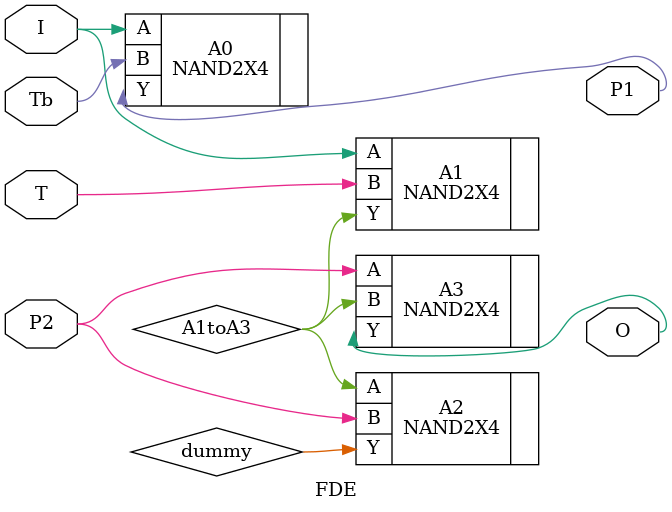
<source format=v>
module FDE (
    input I,
    input T,
    input Tb,
    input P2,
    output O,
    output P1
);
    wire dummy, before_P1;
    wire A1toA3;
    NAND2X4 A0(.A(I), .B(Tb), .Y(P1));
    NAND2X4 A1(.A(I), .B(T), .Y(A1toA3));
    NAND2X4 A2(.A(A1toA3), .B(P2), .Y(dummy));
    NAND2X4 A3(.A(P2), .B(A1toA3), .Y(O));
endmodule
</source>
